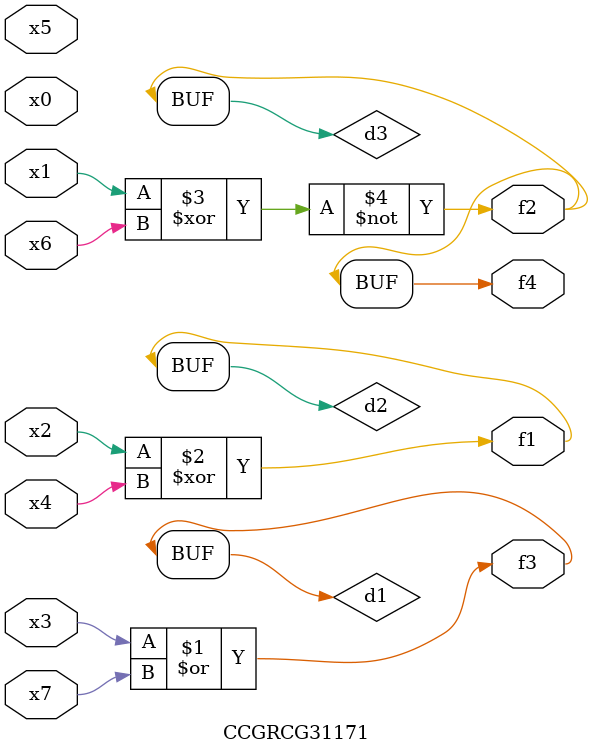
<source format=v>
module CCGRCG31171(
	input x0, x1, x2, x3, x4, x5, x6, x7,
	output f1, f2, f3, f4
);

	wire d1, d2, d3;

	or (d1, x3, x7);
	xor (d2, x2, x4);
	xnor (d3, x1, x6);
	assign f1 = d2;
	assign f2 = d3;
	assign f3 = d1;
	assign f4 = d3;
endmodule

</source>
